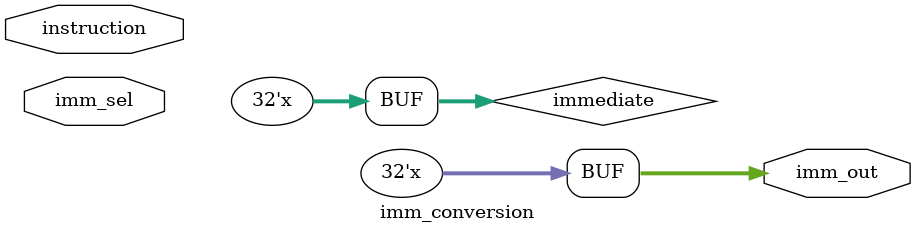
<source format=sv>
module imm_conversion(
    input logic [31:0] instruction,
    input logic [1:0] imm_sel,
    output logic [31:0] imm_out
);

	// internal signal representation
	logic [31:0] immediate;

	localparam [1:0]
				  D_TYPE = 2'b00,
				  B_TYPE = 2'b01,
				  CB_TYPE = 2'b10; 

	always @(*)
	begin
		 case(imm_sel)

		 D_TYPE:
			  immediate <= {{23{instr[20]}}, instr[20:12]};

		 B_TYPE:
			  immediate <= {{6{instr[25]}}, instr[25:0]};

		 CB_TYPE:
			  immediate <= {{13{instr[23]}}, instr[23:5]};

		 default:
			  immediate <= 32'bx;

		 endcase
	end

	assign imm_out = immediate;

endmodule
</source>
